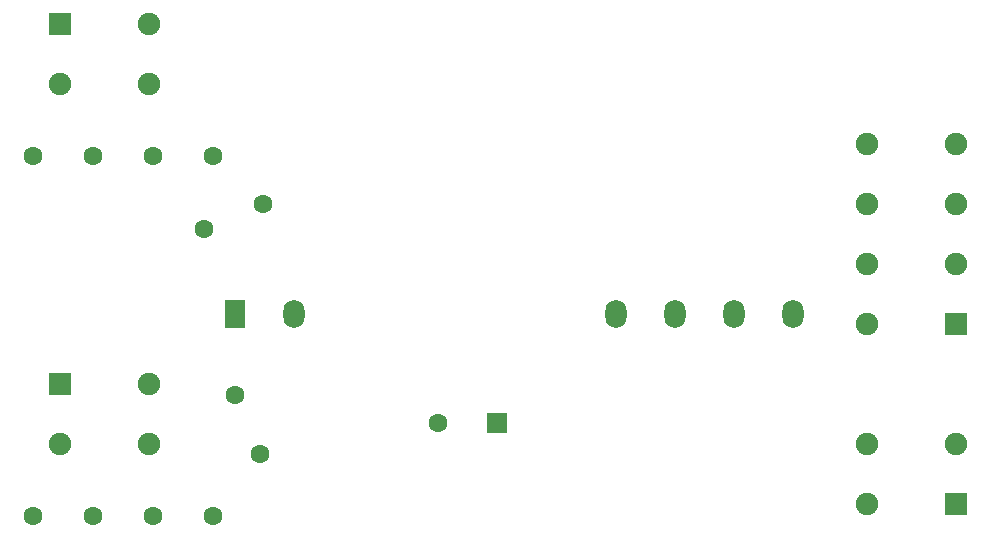
<source format=gbr>
%TF.GenerationSoftware,KiCad,Pcbnew,(5.1.10)-1*%
%TF.CreationDate,2022-01-17T01:47:07+07:00*%
%TF.ProjectId,Mother_module_v3,4d6f7468-6572-45f6-9d6f-64756c655f76,rev?*%
%TF.SameCoordinates,Original*%
%TF.FileFunction,Soldermask,Bot*%
%TF.FilePolarity,Negative*%
%FSLAX46Y46*%
G04 Gerber Fmt 4.6, Leading zero omitted, Abs format (unit mm)*
G04 Created by KiCad (PCBNEW (5.1.10)-1) date 2022-01-17 01:47:07*
%MOMM*%
%LPD*%
G01*
G04 APERTURE LIST*
%ADD10R,1.700000X1.700000*%
%ADD11C,1.600000*%
%ADD12O,1.800000X2.400000*%
%ADD13R,1.800000X2.400000*%
%ADD14C,1.900000*%
%ADD15R,1.900000X1.900000*%
G04 APERTURE END LIST*
D10*
%TO.C,U3*%
X98650000Y-112827000D03*
D11*
X93650000Y-112827000D03*
%TD*%
D12*
%TO.C,U2*%
X118699500Y-103620000D03*
X113699500Y-103620000D03*
X108699500Y-103620000D03*
X81441500Y-103620000D03*
D13*
X76441500Y-103620000D03*
D12*
X123699500Y-103620000D03*
%TD*%
D14*
%TO.C,XP4*%
X137492000Y-114640000D03*
X129972000Y-114640000D03*
D15*
X137492000Y-119720000D03*
D14*
X129972000Y-119720000D03*
%TD*%
%TO.C,XP2*%
X61646000Y-114640000D03*
X69166000Y-114640000D03*
D15*
X61646000Y-109560000D03*
D14*
X69166000Y-109560000D03*
%TD*%
D11*
%TO.C,RV2*%
X76437000Y-110494000D03*
X78537000Y-115494000D03*
%TD*%
%TO.C,F2*%
X69520000Y-120701000D03*
X59360000Y-120701000D03*
X74600000Y-120701000D03*
X64440000Y-120701000D03*
%TD*%
D14*
%TO.C,XP3*%
X137492000Y-89240000D03*
X129972000Y-89240000D03*
X137492000Y-94320000D03*
X129972000Y-94320000D03*
X137492000Y-99400000D03*
X129972000Y-99400000D03*
D15*
X137492000Y-104480000D03*
D14*
X129972000Y-104480000D03*
%TD*%
%TO.C,XP1*%
X61646000Y-84160000D03*
X69166000Y-84160000D03*
D15*
X61646000Y-79080000D03*
D14*
X69166000Y-79080000D03*
%TD*%
D11*
%TO.C,RV1*%
X78838000Y-94285000D03*
X73838000Y-96385000D03*
%TD*%
%TO.C,F1*%
X69520000Y-90221000D03*
X59360000Y-90221000D03*
X74600000Y-90221000D03*
X64440000Y-90221000D03*
%TD*%
M02*

</source>
